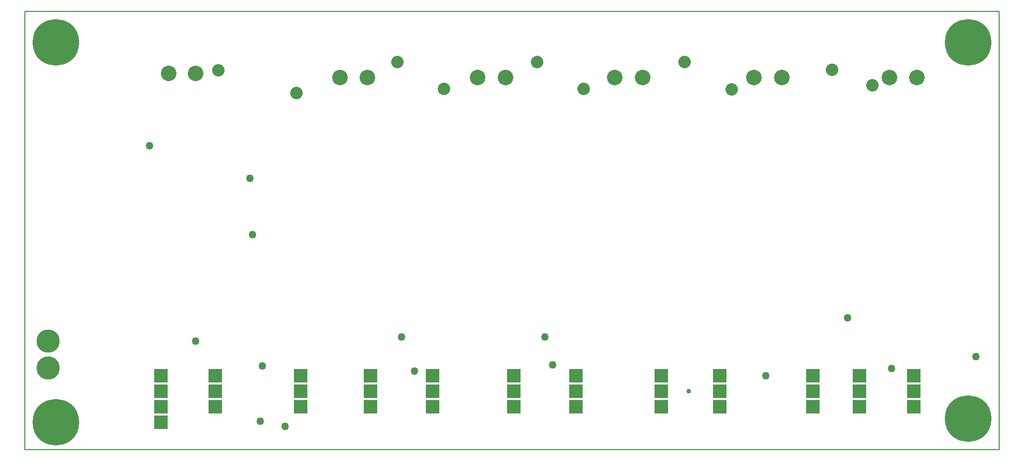
<source format=gbr>
G04 PROTEUS RS274X GERBER FILE*
%FSLAX45Y45*%
%MOMM*%
G01*
%ADD70C,1.270000*%
%ADD71C,0.762000*%
%ADD20C,2.032000*%
%ADD22C,3.810000*%
%ADD23C,2.540000*%
%ADD24R,2.286000X2.286000*%
%ADD35C,7.620000*%
%ADD40C,0.203200*%
D70*
X-1270000Y-2413000D03*
X+6032500Y-2095500D03*
X+1079500Y-2413000D03*
D71*
X+3429000Y-3302000D03*
D70*
X+8128000Y-2730500D03*
D20*
X-2984500Y+1587500D03*
X-571500Y+1651000D03*
X+1714500Y+1651000D03*
X+4134346Y+1645009D03*
X+5778500Y+1968500D03*
X+6437156Y+1707029D03*
X+3365500Y+2095500D03*
X+952500Y+2095500D03*
X-1333500Y+2095500D03*
D70*
X-4635500Y-2476500D03*
X-3175000Y-3873500D03*
X-3746500Y+190500D03*
D20*
X-4263961Y+1955083D03*
D70*
X+1206500Y-2870200D03*
X-5394560Y+718686D03*
X-3710965Y-739165D03*
X-3579519Y-3792125D03*
X-3543300Y-2882900D03*
X+4694397Y-3045266D03*
X+6750617Y-2928609D03*
X-1054100Y-2971800D03*
D22*
X-7048500Y-2476500D03*
X-7048500Y-2921000D03*
D23*
X-1828800Y+1841500D03*
D24*
X-2921000Y-3556000D03*
X-2921000Y-3048000D03*
X-2921000Y-3302000D03*
D23*
X+431800Y+1841500D03*
D24*
X-762000Y-3556000D03*
X-762000Y-3302000D03*
X-762000Y-3048000D03*
X+1587500Y-3302000D03*
X+1587500Y-3556000D03*
X+1587500Y-3048000D03*
D23*
X+2679700Y+1841500D03*
D24*
X+3937000Y-3556000D03*
X+6223000Y-3556000D03*
X+3937000Y-3048000D03*
X+6223000Y-3048000D03*
X+3937000Y-3302000D03*
X+6223000Y-3302000D03*
D23*
X+4953000Y+1841500D03*
X+7162800Y+1841500D03*
D24*
X+7112000Y-3302000D03*
X+5461000Y-3302000D03*
X+2984500Y-3302000D03*
X+571500Y-3302000D03*
X-1778000Y-3302000D03*
X+7112000Y-3556000D03*
X+5461000Y-3556000D03*
X+2984500Y-3556000D03*
X+571500Y-3556000D03*
X-1778000Y-3556000D03*
X+7112000Y-3048000D03*
X+5461000Y-3048000D03*
X+2984500Y-3048000D03*
X+571500Y-3048000D03*
X-1778000Y-3048000D03*
D23*
X+6718300Y+1841500D03*
X+4495800Y+1841500D03*
X+2222500Y+1841500D03*
X-25400Y+1841500D03*
X-2273300Y+1841500D03*
X-5080000Y+1905000D03*
D24*
X-4318000Y-3556000D03*
X-4318000Y-3048000D03*
X-4318000Y-3302000D03*
D35*
X-6921500Y-3810000D03*
X-6921500Y+2413000D03*
X+8001000Y+2413000D03*
X+8001000Y-3746500D03*
D24*
X-5207000Y-3048000D03*
X-5207000Y-3302000D03*
X-5207000Y-3556000D03*
X-5207000Y-3810000D03*
D23*
X-4635500Y+1905000D03*
D40*
X-7429500Y-4254500D02*
X+8509000Y-4254500D01*
X+8509000Y+2921000D01*
X-7429500Y+2921000D01*
X-7429500Y-4254500D01*
M02*

</source>
